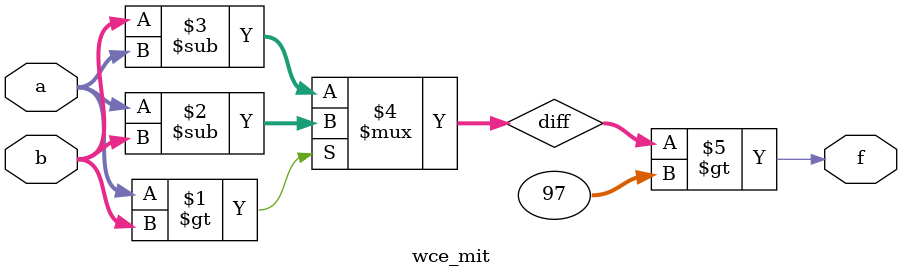
<source format=v>
module wce_mit(a, b, f);
parameter _bit = 9;
parameter wce = 97;
input [_bit - 1: 0] a;
input [_bit - 1: 0] b;
output f;
wire [_bit - 1: 0] diff;
assign diff = (a > b)? (a - b): (b - a);
assign f = (diff > wce);
endmodule

</source>
